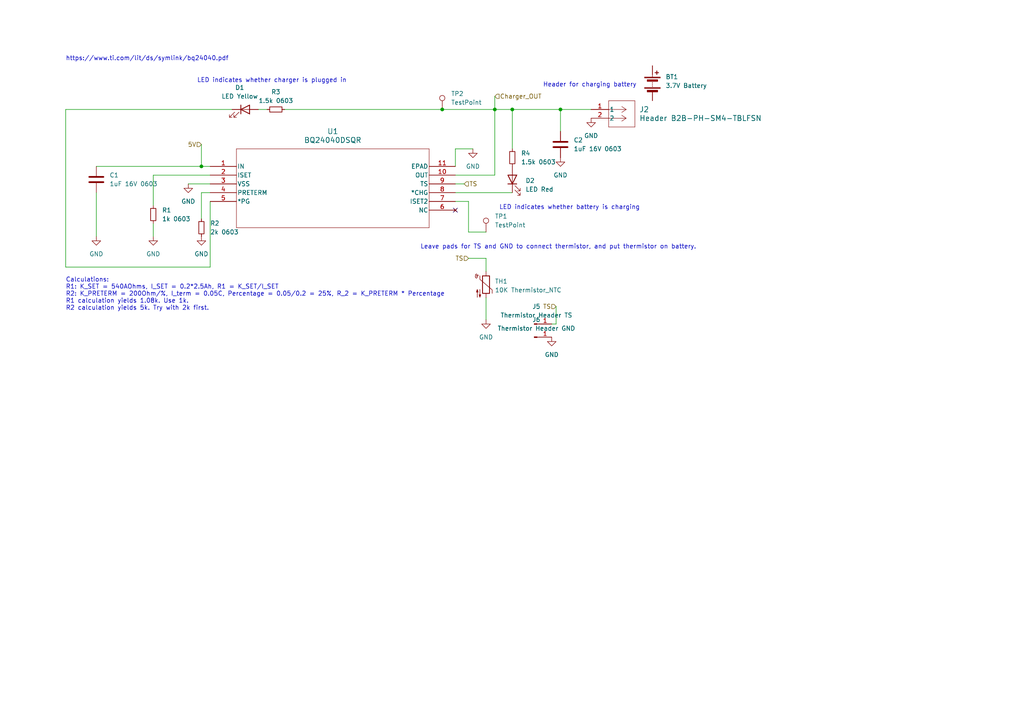
<source format=kicad_sch>
(kicad_sch (version 20230121) (generator eeschema)
  (paper "A4")
  (title_block (title "Battery and Battery Charger") (date "2024-01-12") (comment 1 "Jacqueline Wang"))
  (lib_symbols
    (symbol "Connector:Conn_01x01_Pin" (pin_names (offset 1.016) hide)
      (property "Reference" "J" (at 0 2.54 0))
      (property "Value" "Conn_01x01_Pin" (at 0 -2.54 0))
      (symbol "Conn_01x01_Pin_1_1"
        (polyline (pts (xy 1.27 0) (xy 0.8636 0)) (stroke (width 0.1524)))
        (rectangle (start 0.8636 0.127) (end 0 -0.127) (stroke (width 0.1524)) (fill (type outline)))
        (pin passive line (at 5.08 0 180) (length 3.81) (name "Pin_1") (number "1"))
      )
    )
    (symbol "Connector:TestPoint" (pin_numbers hide) (pin_names (offset 0.762) hide)
      (property "Reference" "TP" (at 0 6.858 0))
      (property "Value" "TestPoint" (at 0 5.08 0))
      (symbol "TestPoint_0_1"
        (circle (center 0 3.302) (radius 0.762))
      )
      (symbol "TestPoint_1_1"
        (pin passive line (at 0 0 90) (length 2.54) (name "1") (number "1"))
      )
    )
    (symbol "Device:Battery" (pin_numbers hide) (pin_names (offset 0) hide)
      (property "Reference" "BT" (at 2.54 2.54 0))
      (property "Value" "Battery" (at 2.54 0 0))
      (symbol "Battery_0_1"
        (rectangle (start -2.286 -1.27) (end 2.286 -1.524) (fill (type outline)))
        (rectangle (start -2.286 1.778) (end 2.286 1.524) (fill (type outline)))
        (rectangle (start -1.524 -2.032) (end 1.524 -2.54) (fill (type outline)))
        (rectangle (start -1.524 1.016) (end 1.524 0.508) (fill (type outline)))
        (polyline (pts (xy 0 -1.016) (xy 0 -0.762)))
        (polyline (pts (xy 0 -0.508) (xy 0 -0.254)))
        (polyline (pts (xy 0 0) (xy 0 0.254)))
        (polyline (pts (xy 0 1.778) (xy 0 2.54)))
        (polyline (pts (xy 0.762 3.048) (xy 1.778 3.048)) (stroke (width 0.254)))
        (polyline (pts (xy 1.27 3.556) (xy 1.27 2.54)) (stroke (width 0.254)))
      )
      (symbol "Battery_1_1"
        (pin passive line (at 0 5.08 270) (length 2.54) (name "+") (number "1"))
        (pin passive line (at 0 -5.08 90) (length 2.54) (name "-") (number "2"))
      )
    )
    (symbol "Device:C" (pin_numbers hide) (pin_names (offset 0.254))
      (property "Reference" "C" (at 0.635 2.54 0))
      (property "Value" "C" (at 0.635 -2.54 0))
      (symbol "C_0_1"
        (polyline (pts (xy -2.032 -0.762) (xy 2.032 -0.762)) (stroke (width 0.508)))
        (polyline (pts (xy -2.032 0.762) (xy 2.032 0.762)) (stroke (width 0.508)))
      )
      (symbol "C_1_1"
        (pin passive line (at 0 3.81 270) (length 2.794) (name "~") (number "1"))
        (pin passive line (at 0 -3.81 90) (length 2.794) (name "~") (number "2"))
      )
    )
    (symbol "Device:LED" (pin_numbers hide) (pin_names (offset 1.016) hide)
      (property "Reference" "D" (at 0 2.54 0))
      (property "Value" "LED" (at 0 -2.54 0))
      (symbol "LED_0_1"
        (polyline (pts (xy -1.27 -1.27) (xy -1.27 1.27)) (stroke (width 0.254)))
        (polyline (pts (xy -1.27 0) (xy 1.27 0)))
        (polyline (pts (xy 1.27 -1.27) (xy 1.27 1.27) (xy -1.27 0) (xy 1.27 -1.27)) (stroke (width 0.254)))
        (polyline (pts (xy -3.048 -0.762) (xy -4.572 -2.286) (xy -3.81 -2.286) (xy -4.572 -2.286) (xy -4.572 -1.524)))
        (polyline (pts (xy -1.778 -0.762) (xy -3.302 -2.286) (xy -2.54 -2.286) (xy -3.302 -2.286) (xy -3.302 -1.524)))
      )
      (symbol "LED_1_1"
        (pin passive line (at -3.81 0 0) (length 2.54) (name "K") (number "1"))
        (pin passive line (at 3.81 0 180) (length 2.54) (name "A") (number "2"))
      )
    )
    (symbol "Device:R_Small" (pin_numbers hide) (pin_names (offset 0.254) hide)
      (property "Reference" "R" (at 0.762 0.508 0))
      (property "Value" "R_Small" (at 0.762 -1.016 0))
      (symbol "R_Small_0_1"
        (rectangle (start -0.762 1.778) (end 0.762 -1.778) (stroke (width 0.2032)))
      )
      (symbol "R_Small_1_1"
        (pin passive line (at 0 2.54 270) (length 0.762) (name "~") (number "1"))
        (pin passive line (at 0 -2.54 90) (length 0.762) (name "~") (number "2"))
      )
    )
    (symbol "Device:Thermistor_NTC" (pin_numbers hide) (pin_names (offset 0))
      (property "Reference" "TH" (at -4.445 0 90))
      (property "Value" "Thermistor_NTC" (at 3.175 0 90))
      (symbol "Thermistor_NTC_0_1"
        (arc (start -3.048 2.159) (mid -3.0495 2.3143) (end -3.175 2.413))
        (arc (start -3.048 2.159) (mid -2.9736 1.9794) (end -2.794 1.905))
        (arc (start -3.048 2.794) (mid -2.9736 2.6144) (end -2.794 2.54))
        (arc (start -2.794 1.905) (mid -2.6144 1.9794) (end -2.54 2.159))
        (arc (start -2.794 2.54) (mid -2.4393 2.5587) (end -2.159 2.794))
        (arc (start -2.794 3.048) (mid -2.9736 2.9736) (end -3.048 2.794))
        (arc (start -2.54 2.794) (mid -2.6144 2.9736) (end -2.794 3.048))
        (rectangle (start -1.016 2.54) (end 1.016 -2.54) (stroke (width 0.254)))
        (polyline (pts (xy -2.54 2.159) (xy -2.54 2.794)))
        (polyline (pts (xy -1.778 2.54) (xy -1.778 1.524) (xy 1.778 -1.524) (xy 1.778 -2.54)))
        (polyline (pts (xy -2.54 -3.683) (xy -2.54 -1.397) (xy -2.794 -2.159) (xy -2.286 -2.159) (xy -2.54 -1.397) (xy -2.54 -1.651)) (fill (type outline)))
        (polyline (pts (xy -1.778 -1.397) (xy -1.778 -3.683) (xy -2.032 -2.921) (xy -1.524 -2.921) (xy -1.778 -3.683) (xy -1.778 -3.429)) (fill (type outline)))
      )
      (symbol "Thermistor_NTC_1_1"
        (pin passive line (at 0 3.81 270) (length 1.27) (name "~") (number "1"))
        (pin passive line (at 0 -3.81 90) (length 1.27) (name "~") (number "2"))
      )
    )
    (symbol "Symbol Library:B2B-PH-SM4-TBLFSN" (pin_names (offset 0.254))
      (property "Reference" "J" (at 8.89 6.35 0))
      (property "Value" "B2B-PH-SM4-TBLFSN" (at 0 0 0))
      (symbol "B2B-PH-SM4-TBLFSN_1_1"
        (polyline (pts (xy 5.08 -5.08) (xy 12.7 -5.08)) (stroke (width 0.127)))
        (polyline (pts (xy 5.08 2.54) (xy 5.08 -5.08)) (stroke (width 0.127)))
        (polyline (pts (xy 10.16 -2.54) (xy 5.08 -2.54)) (stroke (width 0.127)))
        (polyline (pts (xy 10.16 -2.54) (xy 8.89 -3.3867)) (stroke (width 0.127)))
        (polyline (pts (xy 10.16 -2.54) (xy 8.89 -1.6933)) (stroke (width 0.127)))
        (polyline (pts (xy 10.16 0) (xy 5.08 0)) (stroke (width 0.127)))
        (polyline (pts (xy 10.16 0) (xy 8.89 -0.8467)) (stroke (width 0.127)))
        (polyline (pts (xy 10.16 0) (xy 8.89 0.8467)) (stroke (width 0.127)))
        (polyline (pts (xy 12.7 -5.08) (xy 12.7 2.54)) (stroke (width 0.127)))
        (polyline (pts (xy 12.7 2.54) (xy 5.08 2.54)) (stroke (width 0.127)))
        (pin unspecified line (at 0 0 0) (length 5.08) (name "1") (number "1"))
        (pin unspecified line (at 0 -2.54 0) (length 5.08) (name "2") (number "2"))
      )
      (symbol "B2B-PH-SM4-TBLFSN_1_2"
        (polyline (pts (xy 5.08 -5.08) (xy 12.7 -5.08)) (stroke (width 0.127)))
        (polyline (pts (xy 5.08 2.54) (xy 5.08 -5.08)) (stroke (width 0.127)))
        (polyline (pts (xy 7.62 -2.54) (xy 5.08 -2.54)) (stroke (width 0.127)))
        (polyline (pts (xy 7.62 -2.54) (xy 8.89 -3.3867)) (stroke (width 0.127)))
        (polyline (pts (xy 7.62 -2.54) (xy 8.89 -1.6933)) (stroke (width 0.127)))
        (polyline (pts (xy 7.62 0) (xy 5.08 0)) (stroke (width 0.127)))
        (polyline (pts (xy 7.62 0) (xy 8.89 -0.8467)) (stroke (width 0.127)))
        (polyline (pts (xy 7.62 0) (xy 8.89 0.8467)) (stroke (width 0.127)))
        (polyline (pts (xy 12.7 -5.08) (xy 12.7 2.54)) (stroke (width 0.127)))
        (polyline (pts (xy 12.7 2.54) (xy 5.08 2.54)) (stroke (width 0.127)))
        (pin unspecified line (at 0 0 0) (length 5.08) (name "1") (number "1"))
        (pin unspecified line (at 0 -2.54 0) (length 5.08) (name "2") (number "2"))
      )
    )
    (symbol "Symbol Library:BQ24040DSQR" (pin_names (offset 0.254))
      (property "Reference" "U" (at 35.56 10.16 0))
      (property "Value" "BQ24040DSQR" (at 35.56 7.62 0))
      (symbol "BQ24040DSQR_0_1"
        (polyline (pts (xy 7.62 -17.78) (xy 63.5 -17.78)) (stroke (width 0.127)))
        (polyline (pts (xy 7.62 5.08) (xy 7.62 -17.78)) (stroke (width 0.127)))
        (polyline (pts (xy 63.5 -17.78) (xy 63.5 5.08)) (stroke (width 0.127)))
        (polyline (pts (xy 63.5 5.08) (xy 7.62 5.08)) (stroke (width 0.127)))
        (pin input line (at 0 0 0) (length 7.62) (name "IN") (number "1"))
        (pin output line (at 71.12 -2.54 180) (length 7.62) (name "OUT") (number "10"))
        (pin power_in line (at 71.12 0 180) (length 7.62) (name "EPAD") (number "11"))
        (pin input line (at 0 -2.54 0) (length 7.62) (name "ISET") (number "2"))
        (pin power_in line (at 0 -5.08 0) (length 7.62) (name "VSS") (number "3"))
        (pin input line (at 0 -7.62 0) (length 7.62) (name "PRETERM") (number "4"))
        (pin output line (at 0 -10.16 0) (length 7.62) (name "*PG") (number "5"))
        (pin no_connect line (at 71.12 -12.7 180) (length 7.62) (name "NC") (number "6"))
        (pin input line (at 71.12 -10.16 180) (length 7.62) (name "ISET2") (number "7"))
        (pin output line (at 71.12 -7.62 180) (length 7.62) (name "*CHG") (number "8"))
        (pin input line (at 71.12 -5.08 180) (length 7.62) (name "TS") (number "9"))
      )
    )
    (symbol "power:GND" (power) (pin_names (offset 0))
      (property "Value" "GND" (at 0 -3.81 0))
      (symbol "GND_0_1"
        (polyline (pts (xy 0 0) (xy 0 -1.27) (xy 1.27 -1.27) (xy 0 -2.54) (xy -1.27 -1.27) (xy 0 -1.27)))
      )
      (symbol "GND_1_1"
        (pin power_in line (at 0 0 270) (length 0) hide (name "GND") (number "1"))
      )
    )
  )
  (junction (at 143.51 31.75))
  (junction (at 162.56 31.75))
  (junction (at 148.59 31.75))
  (junction (at 128.27 31.75))
  (junction (at 58.42 48.26))
  (no_connect (at 132.08 60.96))
  (wire (pts (xy 58.42 41.91) (xy 58.42 48.26)))
  (wire (pts (xy 60.96 58.42) (xy 60.96 77.47)))
  (wire (pts (xy 143.51 31.75) (xy 148.59 31.75)))
  (wire (pts (xy 128.27 31.75) (xy 143.51 31.75)))
  (wire (pts (xy 132.08 55.88) (xy 148.59 55.88)))
  (wire (pts (xy 148.59 31.75) (xy 148.59 43.18)))
  (wire (pts (xy 162.56 31.75) (xy 162.56 38.1)))
  (wire (pts (xy 132.08 43.18) (xy 137.16 43.18)))
  (wire (pts (xy 44.45 64.77) (xy 44.45 68.58)))
  (wire (pts (xy 27.94 55.88) (xy 27.94 68.58)))
  (wire (pts (xy 148.59 31.75) (xy 162.56 31.75)))
  (wire (pts (xy 19.05 31.75) (xy 67.31 31.75)))
  (wire (pts (xy 143.51 27.94) (xy 143.51 31.75)))
  (wire (pts (xy 58.42 48.26) (xy 60.96 48.26)))
  (wire (pts (xy 135.89 58.42) (xy 135.89 67.31)))
  (wire (pts (xy 132.08 58.42) (xy 135.89 58.42)))
  (wire (pts (xy 140.97 92.71) (xy 140.97 86.36)))
  (wire (pts (xy 135.89 74.93) (xy 140.97 74.93)))
  (wire (pts (xy 162.56 31.75) (xy 171.45 31.75)))
  (wire (pts (xy 82.55 31.75) (xy 128.27 31.75)))
  (wire (pts (xy 19.05 77.47) (xy 19.05 31.75)))
  (wire (pts (xy 143.51 31.75) (xy 143.51 50.8)))
  (wire (pts (xy 58.42 55.88) (xy 58.42 63.5)))
  (wire (pts (xy 58.42 55.88) (xy 60.96 55.88)))
  (wire (pts (xy 77.47 31.75) (xy 74.93 31.75)))
  (wire (pts (xy 135.89 67.31) (xy 140.97 67.31)))
  (wire (pts (xy 140.97 74.93) (xy 140.97 78.74)))
  (wire (pts (xy 54.61 53.34) (xy 60.96 53.34)))
  (wire (pts (xy 27.94 48.26) (xy 58.42 48.26)))
  (wire (pts (xy 134.62 53.34) (xy 132.08 53.34)))
  (wire (pts (xy 44.45 50.8) (xy 44.45 59.69)))
  (wire (pts (xy 161.29 88.9) (xy 161.29 93.98)))
  (wire (pts (xy 60.96 77.47) (xy 19.05 77.47)))
  (wire (pts (xy 132.08 43.18) (xy 132.08 48.26)))
  (wire (pts (xy 143.51 50.8) (xy 132.08 50.8)))
  (wire (pts (xy 161.29 93.98) (xy 160.02 93.98)))
  (wire (pts (xy 44.45 50.8) (xy 60.96 50.8)))
  (text "Header for charging battery" (at 157.48 25.4 0) (effects (font (size 1.27 1.27)) (justify left bottom)))
  (text "LED indicates whether battery is charging" (at 144.78 60.96 0) (effects (font (size 1.27 1.27)) (justify left bottom)))
  (text "Leave pads for TS and GND to connect thermistor, and put thermistor on battery." (at 121.92 72.39 0) (effects (font (size 1.27 1.27)) (justify left bottom)))
  (text "Calculations:\nR1: K_SET = 540AOhms, I_SET = 0.2*2.5Ah, R1 = K_SET/I_SET\nR2: K_PRETERM = 200Ohm/%, I_term = 0.05C, Percentage = 0.05/0.2 = 25%, R_2 = K_PRETERM * Percentage\nR1 calculation yields 1.08k. Use 1k.\nR2 calculation yields 5k. Try with 2k first." (at 19.05 90.17 0) (effects (font (size 1.27 1.27)) (justify left bottom)))
  (text "https://www.ti.com/lit/ds/symlink/bq24040.pdf" (at 19.05 17.78 0) (effects (font (size 1.27 1.27)) (justify left bottom)))
  (text "LED indicates whether charger is plugged in" (at 57.15 24.13 0) (effects (font (size 1.27 1.27)) (justify left bottom)))
  (hierarchical_label "Charger_OUT" (shape input) (at 143.51 27.94 0))
  (hierarchical_label "TS" (shape input) (at 134.62 53.34 0))
  (hierarchical_label "TS" (shape input) (at 161.29 88.9 180))
  (hierarchical_label "5V" (shape input) (at 58.42 41.91 180))
  (hierarchical_label "TS" (shape input) (at 135.89 74.93 180))
  (symbol (lib_id "power:GND") (at 44.45 68.58 0) (unit 1)
    (property "Reference" "#PWR02" (effects hide))
    (property "Value" "GND" (at 44.45 73.66 0))
  )
  (symbol (lib_id "power:GND") (at 27.94 68.58 0) (unit 1)
    (property "Reference" "#PWR035" (effects hide))
    (property "Value" "GND" (at 27.94 73.66 0))
  )
  (symbol (lib_id "Device:R_Small") (at 80.01 31.75 270) (unit 1)
    (property "Reference" "R3" (at 80.01 26.67 90))
    (property "Value" "1.5k 0603" (at 80.01 29.21 90))
    (property "Footprint" "Resistor_SMD:R_0603_1608Metric_Pad0.98x0.95mm_HandSolder" (effects hide))
    (property "Datasheet" "https://www.vishay.com/docs/20035/dcrcwe3.pdf" (effects hide))
    (property "Digikey PN" "541-CRCW06031K50FKEBCT-ND" (effects hide))
    (property "MPN" "CRCW06031K50FKEB" (effects hide))
  )
  (symbol (lib_id "Device:C") (at 27.94 52.07 0) (unit 1)
    (property "Reference" "C1" (at 31.75 50.8 0) (effects (justify left)))
    (property "Value" "1uF 16V 0603" (at 31.75 53.34 0) (effects (justify left)))
    (property "Footprint" "Capacitor_SMD:C_0603_1608Metric_Pad1.08x0.95mm_HandSolder" (effects hide))
    (property "Datasheet" "https://mm.digikey.com/Volume0/opasdata/d220001/medias/docus/609/CL10A105KO8NNNC_Spec.pdf" (effects hide))
    (property "Digikey PN" "1276-1034-1-ND" (effects hide))
    (property "MPN" "CL10A105KO8NNNC" (effects hide))
  )
  (symbol (lib_id "Symbol Library:B2B-PH-SM4-TBLFSN") (at 171.45 31.75 0) (unit 1)
    (property "Reference" "J2" (at 185.42 31.75 0) (effects (font (size 1.524 1.524)) (justify left)))
    (property "Value" "Header B2B-PH-SM4-TBLFSN" (at 185.42 34.29 0) (effects (font (size 1.524 1.524)) (justify left)))
    (property "Footprint" "Project Library:CONN_B2B-PH-SM4-TBLFSN_JST(Header)" (effects hide))
    (property "Datasheet" "https://www.jst-mfg.com/product/pdf/eng/ePH.pdf" (effects hide))
    (property "Digikey PN" "455-B2B-PH-SM4-TBCT-ND" (effects hide))
    (property "MPN" "B2B-PH-SM4-TB" (effects hide))
  )
  (symbol (lib_id "Device:R_Small") (at 44.45 62.23 0) (unit 1)
    (property "Reference" "R1" (at 46.99 60.96 0) (effects (justify left)))
    (property "Value" "1k 0603" (at 46.99 63.5 0) (effects (justify left)))
    (property "Footprint" "Resistor_SMD:R_0603_1608Metric_Pad0.98x0.95mm_HandSolder" (effects hide))
    (property "Datasheet" "https://www.vishay.com/docs/20035/dcrcwe3.pdf" (effects hide))
    (property "Digikey PN" "541-1.00KHCT-ND" (effects hide))
    (property "MPN" "CRCW06031K00FKEA" (effects hide))
  )
  (symbol (lib_id "Connector:TestPoint") (at 128.27 31.75 0) (unit 1)
    (property "Reference" "TP2" (at 130.81 27.178 0) (effects (justify left)))
    (property "Value" "TestPoint" (at 130.81 29.718 0) (effects (justify left)))
    (property "Footprint" "TestPoint:TestPoint_Keystone_5015_Micro-Minature" (effects hide))
    (property "Datasheet" "https://www.koaspeer.com/pdfs/RC.pdf" (effects hide))
    (property "Digikey PN" "2019-RCWCTECT-ND" (effects hide))
    (property "MPN" "RCWCTE" (effects hide))
  )
  (symbol (lib_id "Device:LED") (at 71.12 31.75 0) (unit 1)
    (property "Reference" "D1" (at 69.5325 25.4 0))
    (property "Value" "LED Yellow" (at 69.5325 27.94 0))
    (property "Footprint" "LED_SMD:LED_0603_1608Metric_Pad1.05x0.95mm_HandSolder" (effects hide))
    (property "Datasheet" "https://optoelectronics.liteon.com/upload/download/DS-22-99-0189/LTST-C190KSKT.pdf" (effects hide))
    (property "Digikey PN" "160-1437-1-ND" (effects hide))
    (property "MPN" "LTST-C190KSKT" (effects hide))
  )
  (symbol (lib_id "Device:Thermistor_NTC") (at 140.97 82.55 0) (unit 1) (on_board no)
    (property "Reference" "TH1" (at 143.51 81.5975 0) (effects (justify left)))
    (property "Value" "10K Thermistor_NTC" (at 143.51 84.1375 0) (effects (justify left)))
    (property "Datasheet" "https://mm.digikey.com/Volume0/opasdata/d220001/medias/docus/4421/4890_Web.pdf" (effects hide))
    (property "MPN" "4890" (effects hide))
    (property "Digikey PN" "1528-4890-ND" (effects hide))
  )
  (symbol (lib_id "Connector:TestPoint") (at 140.97 67.31 0) (unit 1)
    (property "Reference" "TP1" (at 143.51 62.738 0) (effects (justify left)))
    (property "Value" "TestPoint" (at 143.51 65.278 0) (effects (justify left)))
    (property "Footprint" "TestPoint:TestPoint_Keystone_5015_Micro-Minature" (effects hide))
    (property "Datasheet" "https://www.koaspeer.com/pdfs/RC.pdf" (effects hide))
    (property "Digikey PN" "2019-RCWCTECT-ND" (effects hide))
    (property "MPN" "RCWCTE" (effects hide))
  )
  (symbol (lib_id "power:GND") (at 58.42 68.58 0) (unit 1)
    (property "Reference" "#PWR05" (effects hide))
    (property "Value" "GND" (at 58.42 73.66 0))
  )
  (symbol (lib_id "Symbol Library:BQ24040DSQR") (at 60.96 48.26 0) (unit 1)
    (property "Reference" "U1" (at 96.52 38.1 0) (effects (font (size 1.524 1.524))))
    (property "Value" "BQ24040DSQR" (at 96.52 40.64 0) (effects (font (size 1.524 1.524))))
    (property "Footprint" "Project Library:BQ24040" (effects hide))
    (property "Datasheet" "https://www.ti.com/lit/ds/symlink/bq24040.pdf" (effects hide))
    (property "Digikey PN" "296-37142-1-ND" (effects hide))
    (property "MPN" "BQ24040DSQR" (effects hide))
  )
  (symbol (lib_id "power:GND") (at 160.02 97.79 0) (unit 1)
    (property "Reference" "#PWR039" (effects hide))
    (property "Value" "GND" (at 160.02 102.87 0))
  )
  (symbol (lib_id "Device:Battery") (at 189.23 24.13 0) (unit 1) (on_board no)
    (property "Reference" "BT1" (at 193.04 22.2885 0) (effects (justify left)))
    (property "Value" "3.7V Battery" (at 193.04 24.8285 0) (effects (justify left)))
    (property "Datasheet" "https://cdn-shop.adafruit.com/datasheets/785060-2500mAh_specification_sheet.pdf" (effects hide))
    (property "Digikey PN" "1528-1840-ND" (effects hide))
    (property "MPN" "328" (effects hide))
  )
  (symbol (lib_id "Device:LED") (at 148.59 52.07 90) (unit 1)
    (property "Reference" "D2" (at 152.4 52.3875 90) (effects (justify right)))
    (property "Value" "LED Red" (at 152.4 54.9275 90) (effects (justify right)))
    (property "Footprint" "LED_SMD:LED_0603_1608Metric_Pad1.05x0.95mm_HandSolder" (effects hide))
    (property "Datasheet" "https://mm.digikey.com/Volume0/opasdata/d220001/medias/docus/911/LTST-C190EKT.pdf" (effects hide))
    (property "Digikey PN" "160-1182-1-ND" (effects hide))
    (property "MPN" "LTST-C190EKT" (effects hide))
  )
  (symbol (lib_id "Device:R_Small") (at 148.59 45.72 0) (unit 1)
    (property "Reference" "R4" (at 151.13 44.45 0) (effects (justify left)))
    (property "Value" "1.5k 0603" (at 151.13 46.99 0) (effects (justify left)))
    (property "Footprint" "Resistor_SMD:R_0603_1608Metric_Pad0.98x0.95mm_HandSolder" (effects hide))
    (property "Datasheet" "https://www.vishay.com/docs/20035/dcrcwe3.pdf" (effects hide))
    (property "Digikey PN" "541-CRCW06031K50FKEBCT-ND" (effects hide))
    (property "MPN" "CRCW06031K50FKEB" (effects hide))
  )
  (symbol (lib_id "power:GND") (at 137.16 43.18 0) (unit 1)
    (property "Reference" "#PWR025" (effects hide))
    (property "Value" "GND" (at 137.16 48.26 0))
  )
  (symbol (lib_id "Device:C") (at 162.56 41.91 0) (unit 1)
    (property "Reference" "C2" (at 166.37 40.64 0) (effects (justify left)))
    (property "Value" "1uF 16V 0603" (at 166.37 43.18 0) (effects (justify left)))
    (property "Footprint" "Capacitor_SMD:C_0603_1608Metric_Pad1.08x0.95mm_HandSolder" (effects hide))
    (property "Datasheet" "https://mm.digikey.com/Volume0/opasdata/d220001/medias/docus/609/CL10A105KO8NNNC_Spec.pdf" (effects hide))
    (property "Digikey PN" "1276-1034-1-ND" (effects hide))
    (property "MPN" "CL10A105KO8NNNC" (effects hide))
  )
  (symbol (lib_id "Connector:Conn_01x01_Pin") (at 154.94 97.79 0) (unit 1)
    (property "Reference" "J6" (at 155.575 92.71 0))
    (property "Value" "Thermistor Header GND" (at 155.575 95.25 0))
    (property "Footprint" "Connector_Wire:SolderWirePad_1x01_SMD_1x2mm" (effects hide))
  )
  (symbol (lib_id "power:GND") (at 54.61 53.34 0) (unit 1)
    (property "Reference" "#PWR03" (effects hide))
    (property "Value" "GND" (at 54.61 58.42 0))
  )
  (symbol (lib_id "Device:R_Small") (at 58.42 66.04 0) (unit 1)
    (property "Reference" "R2" (at 60.96 64.77 0) (effects (justify left)))
    (property "Value" "2k 0603" (at 60.96 67.31 0) (effects (justify left)))
    (property "Footprint" "Resistor_SMD:R_0603_1608Metric_Pad0.98x0.95mm_HandSolder" (effects hide))
    (property "Datasheet" "https://www.vishay.com/docs/20035/dcrcwe3.pdf" (effects hide))
    (property "Digikey PN" "541-CRCW06032K00FKEBCT-ND" (effects hide))
    (property "MPN" "CRCW06032K00FKEB" (effects hide))
  )
  (symbol (lib_id "power:GND") (at 162.56 45.72 0) (unit 1)
    (property "Reference" "#PWR04" (effects hide))
    (property "Value" "GND" (at 162.56 50.8 0))
  )
  (symbol (lib_id "Connector:Conn_01x01_Pin") (at 154.94 93.98 0) (unit 1)
    (property "Reference" "J5" (at 155.575 88.9 0))
    (property "Value" "Thermistor Header TS" (at 155.575 91.44 0))
    (property "Footprint" "Connector_Wire:SolderWirePad_1x01_SMD_1x2mm" (effects hide))
  )
  (symbol (lib_id "power:GND") (at 171.45 34.29 0) (unit 1)
    (property "Reference" "#PWR07" (effects hide))
    (property "Value" "GND" (at 171.45 39.37 0))
  )
  (symbol (lib_id "power:GND") (at 140.97 92.71 0) (unit 1)
    (property "Reference" "#PWR06" (effects hide))
    (property "Value" "GND" (at 140.97 97.79 0))
  )
)
</source>
